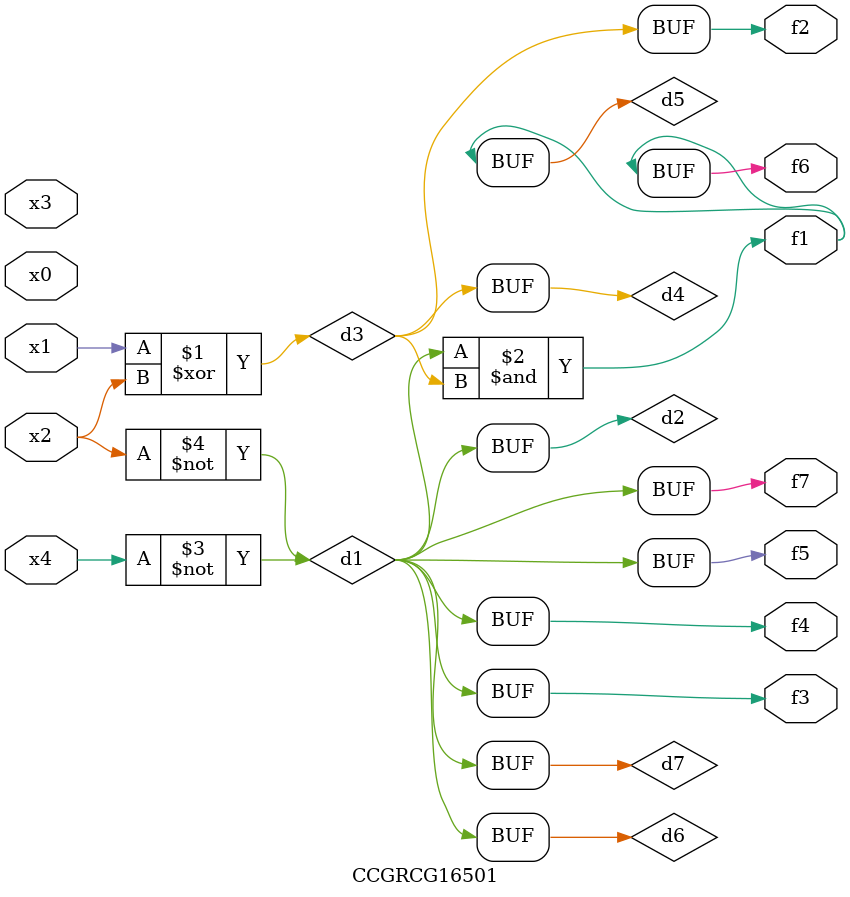
<source format=v>
module CCGRCG16501(
	input x0, x1, x2, x3, x4,
	output f1, f2, f3, f4, f5, f6, f7
);

	wire d1, d2, d3, d4, d5, d6, d7;

	not (d1, x4);
	not (d2, x2);
	xor (d3, x1, x2);
	buf (d4, d3);
	and (d5, d1, d3);
	buf (d6, d1, d2);
	buf (d7, d2);
	assign f1 = d5;
	assign f2 = d4;
	assign f3 = d7;
	assign f4 = d7;
	assign f5 = d7;
	assign f6 = d5;
	assign f7 = d7;
endmodule

</source>
